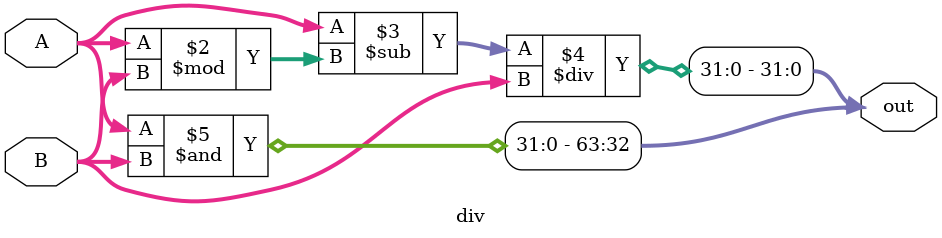
<source format=v>
module div(
    input wire [31:0] A, 
    input wire [31:0] B, 
    output reg[63:0] out 

);
initial begin
	out = 64'b0;
end 
	always @(*) begin 
		begin
			out = {(A&B), (A-(A%B)) / B};
		end
	end
endmodule
</source>
